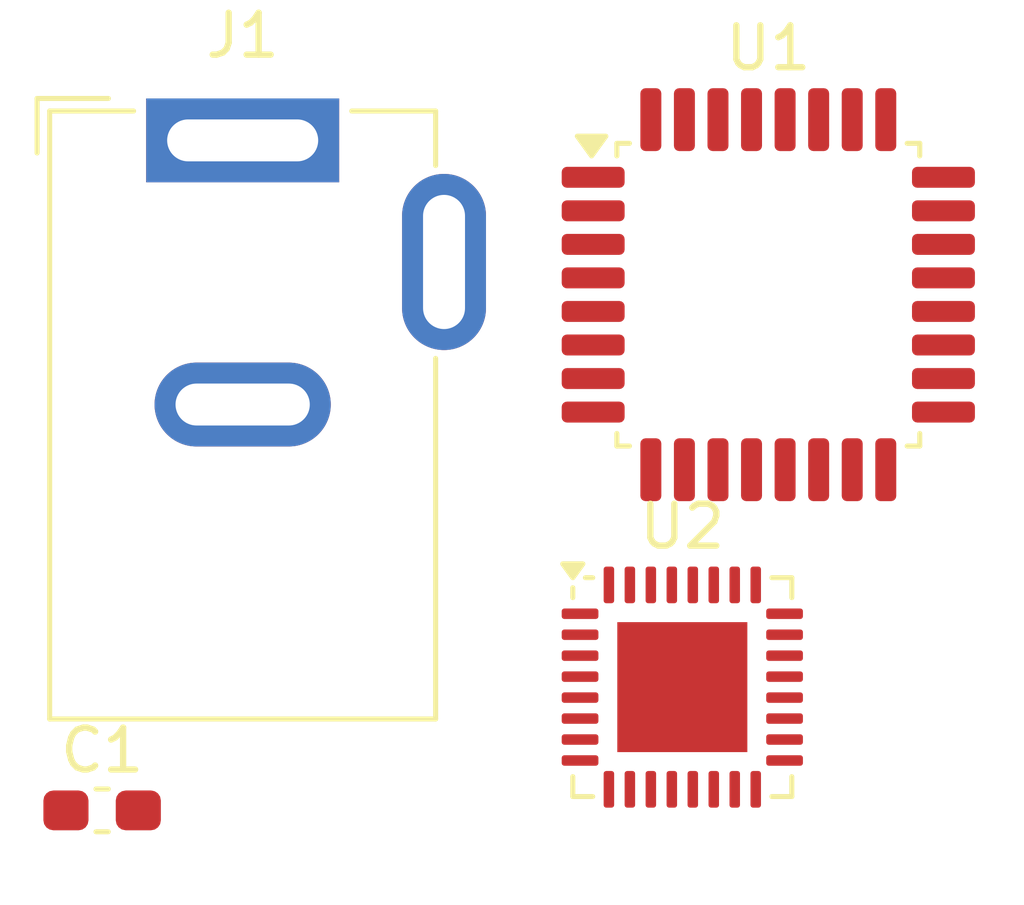
<source format=kicad_pcb>
(kicad_pcb (version 20241229) (generator "pcbnew") (generator_version "9.0")
  (layers (0 "F.Cu" signal) (2 "B.Cu" signal) (13 "F.Paste" user) (15 "B.Paste" user) (5 "F.SilkS" user "F.Silkscreen") (7 "B.SilkS" user "B.Silkscreen") (1 "F.Mask" user) (3 "B.Mask" user) (25 "Edge.Cuts" user))
  (net 0 "")
  (net 1 "GNDREF")
  (net 2 "Net-(U1-NRST)")
  (net 20 "Net-(U1-VSS-Pad16)")
  (footprint "Test_Project_Lib:LQFP-32_7x7mm_P0.8mm" (layer "F.Cu") (at 186.6125 78.89)
    (property "Reference" "U1" (at 0 -5.88 0) (layer "F.SilkS"))
    (property "Value" "STM32L081KZTx")
    (fp_line (start -3.61 -3.61) (end -3.61 -3.31) (stroke (width 0.12)) (layer "F.SilkS"))
    (fp_line (start -3.61 3.61) (end -3.61 3.31) (stroke (width 0.12)) (layer "F.SilkS"))
    (fp_line (start -3.31 -3.61) (end -3.61 -3.61) (stroke (width 0.12)) (layer "F.SilkS"))
    (fp_line (start -3.31 3.61) (end -3.61 3.61) (stroke (width 0.12)) (layer "F.SilkS"))
    (fp_line (start 3.31 -3.61) (end 3.61 -3.61) (stroke (width 0.12)) (layer "F.SilkS"))
    (fp_line (start 3.31 3.61) (end 3.61 3.61) (stroke (width 0.12)) (layer "F.SilkS"))
    (fp_line (start 3.61 -3.61) (end 3.61 -3.31) (stroke (width 0.12)) (layer "F.SilkS"))
    (fp_line (start 3.61 3.61) (end 3.61 3.31) (stroke (width 0.12)) (layer "F.SilkS"))
    (fp_poly (pts (xy -4.2125 -3.31) (xy -4.5525 -3.78) (xy -3.8725 -3.78)) (stroke (width 0.12)) (fill yes) (layer "F.SilkS"))
    (pad "1" smd roundrect (at -4.175 -2.8) (size 1.5 0.5) (layers "F.Cu" "F.Mask" "F.Paste"))
    (pad "2" smd roundrect (at -4.175 -2) (size 1.5 0.5) (layers "F.Cu" "F.Mask" "F.Paste"))
    (pad "3" smd roundrect (at -4.175 -1.2) (size 1.5 0.5) (layers "F.Cu" "F.Mask" "F.Paste"))
    (pad "4" smd roundrect (at -4.175 -0.4) (size 1.5 0.5) (layers "F.Cu" "F.Mask" "F.Paste") (net 2 "Net-(U1-NRST)"))
    (pad "5" smd roundrect (at -4.175 0.4) (size 1.5 0.5) (layers "F.Cu" "F.Mask" "F.Paste"))
    (pad "6" smd roundrect (at -4.175 1.2) (size 1.5 0.5) (layers "F.Cu" "F.Mask" "F.Paste"))
    (pad "7" smd roundrect (at -4.175 2) (size 1.5 0.5) (layers "F.Cu" "F.Mask" "F.Paste"))
    (pad "8" smd roundrect (at -4.175 2.8) (size 1.5 0.5) (layers "F.Cu" "F.Mask" "F.Paste"))
    (pad "9" smd roundrect (at -2.8 4.175) (size 0.5 1.5) (layers "F.Cu" "F.Mask" "F.Paste"))
    (pad "10" smd roundrect (at -2 4.175) (size 0.5 1.5) (layers "F.Cu" "F.Mask" "F.Paste"))
    (pad "11" smd roundrect (at -1.2 4.175) (size 0.5 1.5) (layers "F.Cu" "F.Mask" "F.Paste"))
    (pad "12" smd roundrect (at -0.4 4.175) (size 0.5 1.5) (layers "F.Cu" "F.Mask" "F.Paste"))
    (pad "13" smd roundrect (at 0.4 4.175) (size 0.5 1.5) (layers "F.Cu" "F.Mask" "F.Paste"))
    (pad "14" smd roundrect (at 1.2 4.175) (size 0.5 1.5) (layers "F.Cu" "F.Mask" "F.Paste"))
    (pad "15" smd roundrect (at 2 4.175) (size 0.5 1.5) (layers "F.Cu" "F.Mask" "F.Paste"))
    (pad "16" smd roundrect (at 2.8 4.175) (size 0.5 1.5) (layers "F.Cu" "F.Mask" "F.Paste") (net 20 "Net-(U1-VSS-Pad16)"))
    (pad "17" smd roundrect (at 4.175 2.8) (size 1.5 0.5) (layers "F.Cu" "F.Mask" "F.Paste"))
    (pad "18" smd roundrect (at 4.175 2) (size 1.5 0.5) (layers "F.Cu" "F.Mask" "F.Paste"))
    (pad "19" smd roundrect (at 4.175 1.2) (size 1.5 0.5) (layers "F.Cu" "F.Mask" "F.Paste"))
    (pad "20" smd roundrect (at 4.175 0.4) (size 1.5 0.5) (layers "F.Cu" "F.Mask" "F.Paste"))
    (pad "21" smd roundrect (at 4.175 -0.4) (size 1.5 0.5) (layers "F.Cu" "F.Mask" "F.Paste"))
    (pad "22" smd roundrect (at 4.175 -1.2) (size 1.5 0.5) (layers "F.Cu" "F.Mask" "F.Paste"))
    (pad "23" smd roundrect (at 4.175 -2) (size 1.5 0.5) (layers "F.Cu" "F.Mask" "F.Paste"))
    (pad "24" smd roundrect (at 4.175 -2.8) (size 1.5 0.5) (layers "F.Cu" "F.Mask" "F.Paste"))
    (pad "25" smd roundrect (at 2.8 -4.175) (size 0.5 1.5) (layers "F.Cu" "F.Mask" "F.Paste"))
    (pad "26" smd roundrect (at 2 -4.175) (size 0.5 1.5) (layers "F.Cu" "F.Mask" "F.Paste"))
    (pad "27" smd roundrect (at 1.2 -4.175) (size 0.5 1.5) (layers "F.Cu" "F.Mask" "F.Paste"))
    (pad "28" smd roundrect (at 0.4 -4.175) (size 0.5 1.5) (layers "F.Cu" "F.Mask" "F.Paste"))
    (pad "29" smd roundrect (at -0.4 -4.175) (size 0.5 1.5) (layers "F.Cu" "F.Mask" "F.Paste"))
    (pad "30" smd roundrect (at -1.2 -4.175) (size 0.5 1.5) (layers "F.Cu" "F.Mask" "F.Paste"))
    (pad "31" smd roundrect (at -2 -4.175) (size 0.5 1.5) (layers "F.Cu" "F.Mask" "F.Paste"))
    (pad "32" smd roundrect (at -2.8 -4.175) (size 0.5 1.5) (layers "F.Cu" "F.Mask" "F.Paste") (net 20 "Net-(U1-VSS-Pad16)"))
  )
  (footprint "Test_Project_Lib:C_0603_1608Metric_Pad1.08x0.95mm_HandSolder" (layer "F.Cu") (at 170.7325 91.19)
    (property "Reference" "C1" (at 0 -1.43 0) (layer "F.SilkS"))
    (property "Value" "100nF")
    (fp_line (start -0.146267 -0.51) (end 0.146267 -0.51) (stroke (width 0.12)) (layer "F.SilkS"))
    (fp_line (start -0.146267 0.51) (end 0.146267 0.51) (stroke (width 0.12)) (layer "F.SilkS"))
    (pad "1" smd roundrect (at -0.8625 0) (size 1.075 0.95) (layers "F.Cu" "F.Mask" "F.Paste") (net 2 "Net-(U1-NRST)"))
    (pad "2" smd roundrect (at 0.8625 0) (size 1.075 0.95) (layers "F.Cu" "F.Mask" "F.Paste") (net 1 "GNDREF"))
  )
  (footprint "Test_Project_Lib:BarrelJack_GCT_DCJ200-10-A_Horizontal" (layer "F.Cu") (at 174.0825 75.21)
    (property "Reference" "J1" (at 0 -2.5 0) (layer "F.SilkS"))
    (property "Value" "~")
    (fp_line (start -4.9 -1) (end -4.9 0.3) (stroke (width 0.12)) (layer "F.SilkS"))
    (fp_line (start -4.6 -0.7) (end -2.6 -0.7) (stroke (width 0.12)) (layer "F.SilkS"))
    (fp_line (start -4.6 13.8) (end -4.6 -0.7) (stroke (width 0.12)) (layer "F.SilkS"))
    (fp_line (start -3.2 -1) (end -4.9 -1) (stroke (width 0.12)) (layer "F.SilkS"))
    (fp_line (start 2.6 -0.7) (end 4.6 -0.7) (stroke (width 0.12)) (layer "F.SilkS"))
    (fp_line (start 4.6 -0.7) (end 4.6 0.6) (stroke (width 0.12)) (layer "F.SilkS"))
    (fp_line (start 4.6 5.2) (end 4.6 13.8) (stroke (width 0.12)) (layer "F.SilkS"))
    (fp_line (start 4.6 13.8) (end -4.6 13.8) (stroke (width 0.12)) (layer "F.SilkS"))
    (pad "1" thru_hole rect (at 0 0) (size 4.6 2) (drill oval 3.6 1) (layers "*.Cu" "*.Mask"))
    (pad "2" thru_hole oval (at 0 6.3) (size 4.2 2) (drill oval 3.2 1) (layers "*.Cu" "*.Mask"))
    (pad "3" thru_hole oval (at 4.8 2.9) (size 2 4.2) (drill oval 1 3.2) (layers "*.Cu" "*.Mask"))
  )
  (footprint "Test_Project_Lib:QFN-32-1EP_5x5mm_P0.5mm_EP3.1x3.1mm" (layer "F.Cu") (at 184.5625 88.25)
    (property "Reference" "U2" (at 0 -3.83 0) (layer "F.SilkS"))
    (property "Value" "MIC2132YML")
    (fp_line (start -2.61 -2.135) (end -2.61 -2.37) (stroke (width 0.12)) (layer "F.SilkS"))
    (fp_line (start -2.61 2.61) (end -2.61 2.135) (stroke (width 0.12)) (layer "F.SilkS"))
    (fp_line (start -2.135 -2.61) (end -2.31 -2.61) (stroke (width 0.12)) (layer "F.SilkS"))
    (fp_line (start -2.135 2.61) (end -2.61 2.61) (stroke (width 0.12)) (layer "F.SilkS"))
    (fp_line (start 2.135 -2.61) (end 2.61 -2.61) (stroke (width 0.12)) (layer "F.SilkS"))
    (fp_line (start 2.135 2.61) (end 2.61 2.61) (stroke (width 0.12)) (layer "F.SilkS"))
    (fp_line (start 2.61 -2.61) (end 2.61 -2.135) (stroke (width 0.12)) (layer "F.SilkS"))
    (fp_line (start 2.61 2.61) (end 2.61 2.135) (stroke (width 0.12)) (layer "F.SilkS"))
    (fp_poly (pts (xy -2.61 -2.61) (xy -2.85 -2.94) (xy -2.37 -2.94)) (stroke (width 0.12)) (fill yes) (layer "F.SilkS"))
    (pad "1" smd roundrect (at -2.4375 -1.75) (size 0.875 0.25) (layers "F.Cu" "F.Mask" "F.Paste"))
    (pad "2" smd roundrect (at -2.4375 -1.25) (size 0.875 0.25) (layers "F.Cu" "F.Mask" "F.Paste"))
    (pad "3" smd roundrect (at -2.4375 -0.75) (size 0.875 0.25) (layers "F.Cu" "F.Mask" "F.Paste"))
    (pad "4" smd roundrect (at -2.4375 -0.25) (size 0.875 0.25) (layers "F.Cu" "F.Mask" "F.Paste"))
    (pad "5" smd roundrect (at -2.4375 0.25) (size 0.875 0.25) (layers "F.Cu" "F.Mask" "F.Paste"))
    (pad "6" smd roundrect (at -2.4375 0.75) (size 0.875 0.25) (layers "F.Cu" "F.Mask" "F.Paste"))
    (pad "7" smd roundrect (at -2.4375 1.25) (size 0.875 0.25) (layers "F.Cu" "F.Mask" "F.Paste"))
    (pad "8" smd roundrect (at -2.4375 1.75) (size 0.875 0.25) (layers "F.Cu" "F.Mask" "F.Paste"))
    (pad "9" smd roundrect (at -1.75 2.4375) (size 0.25 0.875) (layers "F.Cu" "F.Mask" "F.Paste"))
    (pad "10" smd roundrect (at -1.25 2.4375) (size 0.25 0.875) (layers "F.Cu" "F.Mask" "F.Paste"))
    (pad "11" smd roundrect (at -0.75 2.4375) (size 0.25 0.875) (layers "F.Cu" "F.Mask" "F.Paste"))
    (pad "12" smd roundrect (at -0.25 2.4375) (size 0.25 0.875) (layers "F.Cu" "F.Mask" "F.Paste"))
    (pad "13" smd roundrect (at 0.25 2.4375) (size 0.25 0.875) (layers "F.Cu" "F.Mask" "F.Paste"))
    (pad "14" smd roundrect (at 0.75 2.4375) (size 0.25 0.875) (layers "F.Cu" "F.Mask" "F.Paste"))
    (pad "15" smd roundrect (at 1.25 2.4375) (size 0.25 0.875) (layers "F.Cu" "F.Mask" "F.Paste"))
    (pad "16" smd roundrect (at 1.75 2.4375) (size 0.25 0.875) (layers "F.Cu" "F.Mask" "F.Paste"))
    (pad "17" smd roundrect (at 2.4375 1.75) (size 0.875 0.25) (layers "F.Cu" "F.Mask" "F.Paste"))
    (pad "18" smd roundrect (at 2.4375 1.25) (size 0.875 0.25) (layers "F.Cu" "F.Mask" "F.Paste"))
    (pad "19" smd roundrect (at 2.4375 0.75) (size 0.875 0.25) (layers "F.Cu" "F.Mask" "F.Paste"))
    (pad "20" smd roundrect (at 2.4375 0.25) (size 0.875 0.25) (layers "F.Cu" "F.Mask" "F.Paste"))
    (pad "21" smd roundrect (at 2.4375 -0.25) (size 0.875 0.25) (layers "F.Cu" "F.Mask" "F.Paste"))
    (pad "22" smd roundrect (at 2.4375 -0.75) (size 0.875 0.25) (layers "F.Cu" "F.Mask" "F.Paste"))
    (pad "23" smd roundrect (at 2.4375 -1.25) (size 0.875 0.25) (layers "F.Cu" "F.Mask" "F.Paste"))
    (pad "24" smd roundrect (at 2.4375 -1.75) (size 0.875 0.25) (layers "F.Cu" "F.Mask" "F.Paste"))
    (pad "25" smd roundrect (at 1.75 -2.4375) (size 0.25 0.875) (layers "F.Cu" "F.Mask" "F.Paste"))
    (pad "26" smd roundrect (at 1.25 -2.4375) (size 0.25 0.875) (layers "F.Cu" "F.Mask" "F.Paste"))
    (pad "27" smd roundrect (at 0.75 -2.4375) (size 0.25 0.875) (layers "F.Cu" "F.Mask" "F.Paste"))
    (pad "28" smd roundrect (at 0.25 -2.4375) (size 0.25 0.875) (layers "F.Cu" "F.Mask" "F.Paste"))
    (pad "29" smd roundrect (at -0.25 -2.4375) (size 0.25 0.875) (layers "F.Cu" "F.Mask" "F.Paste"))
    (pad "30" smd roundrect (at -0.75 -2.4375) (size 0.25 0.875) (layers "F.Cu" "F.Mask" "F.Paste"))
    (pad "31" smd roundrect (at -1.25 -2.4375) (size 0.25 0.875) (layers "F.Cu" "F.Mask" "F.Paste"))
    (pad "32" smd roundrect (at -1.75 -2.4375) (size 0.25 0.875) (layers "F.Cu" "F.Mask" "F.Paste"))
    (pad "33" smd rect (at 0 0) (size 3.1 3.1) (property pad_prop_heatsink) (layers "F.Cu" "F.Mask"))
  )
)
</source>
